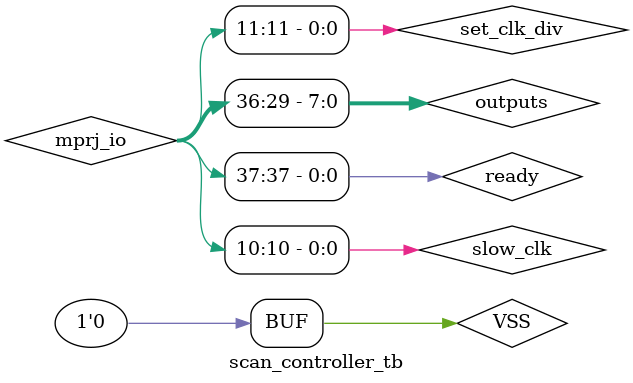
<source format=v>

`default_nettype none

`timescale 1 ns / 1 ps

module scan_controller_tb;
    initial begin
        // change to suit your project
        $dumpfile ("scan_controller_tb.vcd");
        $dumpvars (0, scan_controller_tb);
        #1;
    end

    reg clk;
    reg RSTB;
    reg power1, power2;
    reg power3, power4;

    wire gpio;
    wire [37:0] mprj_io;

    ///// convenience signals that match what the cocotb test modules are looking for
    // change to suit your project. Here's how we can make some nicer named signals for inputs & outputs

    // outputs
    wire [7:0] outputs = mprj_io[36:29];
    wire ready = mprj_io[37];
    wire slow_clk = mprj_io[10];
    wire fw_ready = mprj_io[7];

    // inputs
    wire [7:0] inputs;
    wire [1:0] driver_sel;
    wire [8:0] active_sel;
    wire set_clk_div;
    assign mprj_io[28:21] = inputs;
    assign mprj_io[9:8] = driver_sel;
    assign mprj_io[20:12] = active_sel;
    assign mprj_io[11] = set_clk_div;
    

    wire flash_csb;
    wire flash_clk;
    wire flash_io0;
    wire flash_io1;

    wire VDD3V3 = power1;
    wire VDD1V8 = power2;
    wire USER_VDD3V3 = power3;
    wire USER_VDD1V8 = power4;
    wire VSS = 1'b0;

    caravel uut (
        .vddio    (VDD3V3),
        .vssio    (VSS),
        .vdda     (VDD3V3),
        .vssa     (VSS),
        .vccd     (VDD1V8),
        .vssd     (VSS),
        .vdda1    (USER_VDD3V3),
        .vdda2    (USER_VDD3V3),
        .vssa1    (VSS),
        .vssa2    (VSS),
        .vccd1    (USER_VDD1V8),
        .vccd2    (USER_VDD1V8),
        .vssd1    (VSS),
        .vssd2    (VSS),
        .clock    (clk),
        .gpio     (gpio),
        .mprj_io  (mprj_io),
        .flash_csb(flash_csb),
        .flash_clk(flash_clk),
        .flash_io0(flash_io0),
        .flash_io1(flash_io1),
        .resetb   (RSTB)
    );

    spiflash #(
        // change the hex file to match your project
        .FILENAME("scan_controller.hex")
    ) spiflash (
        .csb(flash_csb),
        .clk(flash_clk),
        .io0(flash_io0),
        .io1(flash_io1),
        .io2(),         // not used
        .io3()          // not used
    );

endmodule
`default_nettype wire

</source>
